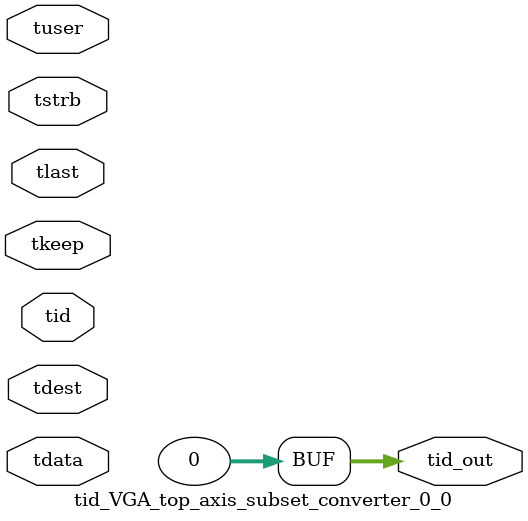
<source format=v>


`timescale 1ps/1ps

module tid_VGA_top_axis_subset_converter_0_0 #
(
parameter C_S_AXIS_TID_WIDTH   = 1,
parameter C_S_AXIS_TUSER_WIDTH = 0,
parameter C_S_AXIS_TDATA_WIDTH = 0,
parameter C_S_AXIS_TDEST_WIDTH = 0,
parameter C_M_AXIS_TID_WIDTH   = 32
)
(
input  [(C_S_AXIS_TID_WIDTH   == 0 ? 1 : C_S_AXIS_TID_WIDTH)-1:0       ] tid,
input  [(C_S_AXIS_TDATA_WIDTH == 0 ? 1 : C_S_AXIS_TDATA_WIDTH)-1:0     ] tdata,
input  [(C_S_AXIS_TUSER_WIDTH == 0 ? 1 : C_S_AXIS_TUSER_WIDTH)-1:0     ] tuser,
input  [(C_S_AXIS_TDEST_WIDTH == 0 ? 1 : C_S_AXIS_TDEST_WIDTH)-1:0     ] tdest,
input  [(C_S_AXIS_TDATA_WIDTH/8)-1:0 ] tkeep,
input  [(C_S_AXIS_TDATA_WIDTH/8)-1:0 ] tstrb,
input                                                                    tlast,
output [(C_M_AXIS_TID_WIDTH   == 0 ? 1 : C_M_AXIS_TID_WIDTH)-1:0       ] tid_out
);

assign tid_out = {1'b0};

endmodule


</source>
